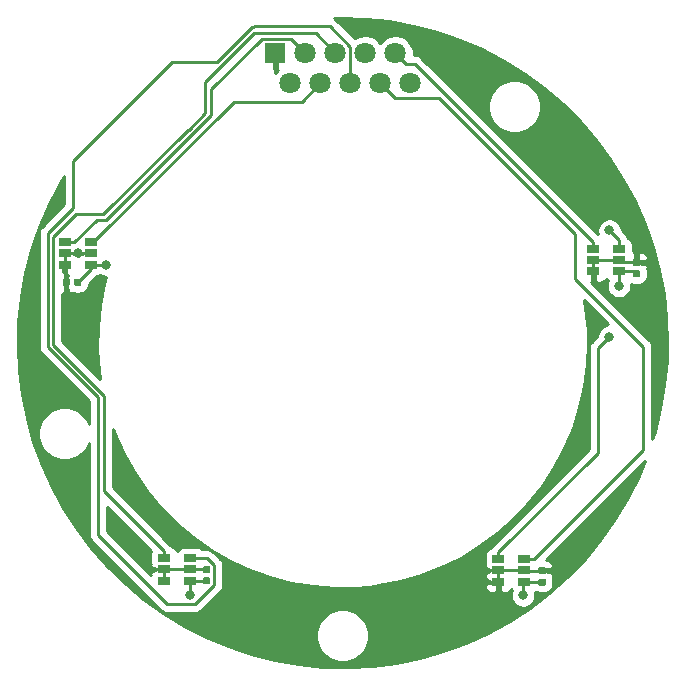
<source format=gbr>
G04 #@! TF.GenerationSoftware,KiCad,Pcbnew,5.1.2-f72e74a~84~ubuntu18.04.1*
G04 #@! TF.CreationDate,2019-09-23T03:00:40+02:00*
G04 #@! TF.ProjectId,roboy_3.0_40mm_ball_sensor,726f626f-795f-4332-9e30-5f34306d6d5f,rev?*
G04 #@! TF.SameCoordinates,Original*
G04 #@! TF.FileFunction,Copper,L1,Top*
G04 #@! TF.FilePolarity,Positive*
%FSLAX46Y46*%
G04 Gerber Fmt 4.6, Leading zero omitted, Abs format (unit mm)*
G04 Created by KiCad (PCBNEW 5.1.2-f72e74a~84~ubuntu18.04.1) date 2019-09-23 03:00:40*
%MOMM*%
%LPD*%
G04 APERTURE LIST*
%ADD10R,1.060000X0.650000*%
%ADD11C,0.100000*%
%ADD12C,0.590000*%
%ADD13C,1.800000*%
%ADD14R,1.800000X1.800000*%
%ADD15C,0.800000*%
%ADD16C,0.250000*%
%ADD17C,0.254000*%
G04 APERTURE END LIST*
D10*
X139200000Y-92450000D03*
X139200000Y-91500000D03*
X139200000Y-93400000D03*
X137000000Y-93400000D03*
X137000000Y-92450000D03*
X137000000Y-91500000D03*
X145400000Y-118250000D03*
X145400000Y-119200000D03*
X145400000Y-120150000D03*
X147600000Y-120150000D03*
X147600000Y-118250000D03*
X147600000Y-119200000D03*
X173700000Y-118350000D03*
X173700000Y-119300000D03*
X173700000Y-120250000D03*
X175900000Y-120250000D03*
X175900000Y-118350000D03*
X175900000Y-119300000D03*
D11*
G36*
X138246958Y-94580710D02*
G01*
X138261276Y-94582834D01*
X138275317Y-94586351D01*
X138288946Y-94591228D01*
X138302031Y-94597417D01*
X138314447Y-94604858D01*
X138326073Y-94613481D01*
X138336798Y-94623202D01*
X138346519Y-94633927D01*
X138355142Y-94645553D01*
X138362583Y-94657969D01*
X138368772Y-94671054D01*
X138373649Y-94684683D01*
X138377166Y-94698724D01*
X138379290Y-94713042D01*
X138380000Y-94727500D01*
X138380000Y-95072500D01*
X138379290Y-95086958D01*
X138377166Y-95101276D01*
X138373649Y-95115317D01*
X138368772Y-95128946D01*
X138362583Y-95142031D01*
X138355142Y-95154447D01*
X138346519Y-95166073D01*
X138336798Y-95176798D01*
X138326073Y-95186519D01*
X138314447Y-95195142D01*
X138302031Y-95202583D01*
X138288946Y-95208772D01*
X138275317Y-95213649D01*
X138261276Y-95217166D01*
X138246958Y-95219290D01*
X138232500Y-95220000D01*
X137937500Y-95220000D01*
X137923042Y-95219290D01*
X137908724Y-95217166D01*
X137894683Y-95213649D01*
X137881054Y-95208772D01*
X137867969Y-95202583D01*
X137855553Y-95195142D01*
X137843927Y-95186519D01*
X137833202Y-95176798D01*
X137823481Y-95166073D01*
X137814858Y-95154447D01*
X137807417Y-95142031D01*
X137801228Y-95128946D01*
X137796351Y-95115317D01*
X137792834Y-95101276D01*
X137790710Y-95086958D01*
X137790000Y-95072500D01*
X137790000Y-94727500D01*
X137790710Y-94713042D01*
X137792834Y-94698724D01*
X137796351Y-94684683D01*
X137801228Y-94671054D01*
X137807417Y-94657969D01*
X137814858Y-94645553D01*
X137823481Y-94633927D01*
X137833202Y-94623202D01*
X137843927Y-94613481D01*
X137855553Y-94604858D01*
X137867969Y-94597417D01*
X137881054Y-94591228D01*
X137894683Y-94586351D01*
X137908724Y-94582834D01*
X137923042Y-94580710D01*
X137937500Y-94580000D01*
X138232500Y-94580000D01*
X138246958Y-94580710D01*
X138246958Y-94580710D01*
G37*
D12*
X138085000Y-94900000D03*
D11*
G36*
X137276958Y-94580710D02*
G01*
X137291276Y-94582834D01*
X137305317Y-94586351D01*
X137318946Y-94591228D01*
X137332031Y-94597417D01*
X137344447Y-94604858D01*
X137356073Y-94613481D01*
X137366798Y-94623202D01*
X137376519Y-94633927D01*
X137385142Y-94645553D01*
X137392583Y-94657969D01*
X137398772Y-94671054D01*
X137403649Y-94684683D01*
X137407166Y-94698724D01*
X137409290Y-94713042D01*
X137410000Y-94727500D01*
X137410000Y-95072500D01*
X137409290Y-95086958D01*
X137407166Y-95101276D01*
X137403649Y-95115317D01*
X137398772Y-95128946D01*
X137392583Y-95142031D01*
X137385142Y-95154447D01*
X137376519Y-95166073D01*
X137366798Y-95176798D01*
X137356073Y-95186519D01*
X137344447Y-95195142D01*
X137332031Y-95202583D01*
X137318946Y-95208772D01*
X137305317Y-95213649D01*
X137291276Y-95217166D01*
X137276958Y-95219290D01*
X137262500Y-95220000D01*
X136967500Y-95220000D01*
X136953042Y-95219290D01*
X136938724Y-95217166D01*
X136924683Y-95213649D01*
X136911054Y-95208772D01*
X136897969Y-95202583D01*
X136885553Y-95195142D01*
X136873927Y-95186519D01*
X136863202Y-95176798D01*
X136853481Y-95166073D01*
X136844858Y-95154447D01*
X136837417Y-95142031D01*
X136831228Y-95128946D01*
X136826351Y-95115317D01*
X136822834Y-95101276D01*
X136820710Y-95086958D01*
X136820000Y-95072500D01*
X136820000Y-94727500D01*
X136820710Y-94713042D01*
X136822834Y-94698724D01*
X136826351Y-94684683D01*
X136831228Y-94671054D01*
X136837417Y-94657969D01*
X136844858Y-94645553D01*
X136853481Y-94633927D01*
X136863202Y-94623202D01*
X136873927Y-94613481D01*
X136885553Y-94604858D01*
X136897969Y-94597417D01*
X136911054Y-94591228D01*
X136924683Y-94586351D01*
X136938724Y-94582834D01*
X136953042Y-94580710D01*
X136967500Y-94580000D01*
X137262500Y-94580000D01*
X137276958Y-94580710D01*
X137276958Y-94580710D01*
G37*
D12*
X137115000Y-94900000D03*
D11*
G36*
X149186958Y-118920710D02*
G01*
X149201276Y-118922834D01*
X149215317Y-118926351D01*
X149228946Y-118931228D01*
X149242031Y-118937417D01*
X149254447Y-118944858D01*
X149266073Y-118953481D01*
X149276798Y-118963202D01*
X149286519Y-118973927D01*
X149295142Y-118985553D01*
X149302583Y-118997969D01*
X149308772Y-119011054D01*
X149313649Y-119024683D01*
X149317166Y-119038724D01*
X149319290Y-119053042D01*
X149320000Y-119067500D01*
X149320000Y-119362500D01*
X149319290Y-119376958D01*
X149317166Y-119391276D01*
X149313649Y-119405317D01*
X149308772Y-119418946D01*
X149302583Y-119432031D01*
X149295142Y-119444447D01*
X149286519Y-119456073D01*
X149276798Y-119466798D01*
X149266073Y-119476519D01*
X149254447Y-119485142D01*
X149242031Y-119492583D01*
X149228946Y-119498772D01*
X149215317Y-119503649D01*
X149201276Y-119507166D01*
X149186958Y-119509290D01*
X149172500Y-119510000D01*
X148827500Y-119510000D01*
X148813042Y-119509290D01*
X148798724Y-119507166D01*
X148784683Y-119503649D01*
X148771054Y-119498772D01*
X148757969Y-119492583D01*
X148745553Y-119485142D01*
X148733927Y-119476519D01*
X148723202Y-119466798D01*
X148713481Y-119456073D01*
X148704858Y-119444447D01*
X148697417Y-119432031D01*
X148691228Y-119418946D01*
X148686351Y-119405317D01*
X148682834Y-119391276D01*
X148680710Y-119376958D01*
X148680000Y-119362500D01*
X148680000Y-119067500D01*
X148680710Y-119053042D01*
X148682834Y-119038724D01*
X148686351Y-119024683D01*
X148691228Y-119011054D01*
X148697417Y-118997969D01*
X148704858Y-118985553D01*
X148713481Y-118973927D01*
X148723202Y-118963202D01*
X148733927Y-118953481D01*
X148745553Y-118944858D01*
X148757969Y-118937417D01*
X148771054Y-118931228D01*
X148784683Y-118926351D01*
X148798724Y-118922834D01*
X148813042Y-118920710D01*
X148827500Y-118920000D01*
X149172500Y-118920000D01*
X149186958Y-118920710D01*
X149186958Y-118920710D01*
G37*
D12*
X149000000Y-119215000D03*
D11*
G36*
X149186958Y-119890710D02*
G01*
X149201276Y-119892834D01*
X149215317Y-119896351D01*
X149228946Y-119901228D01*
X149242031Y-119907417D01*
X149254447Y-119914858D01*
X149266073Y-119923481D01*
X149276798Y-119933202D01*
X149286519Y-119943927D01*
X149295142Y-119955553D01*
X149302583Y-119967969D01*
X149308772Y-119981054D01*
X149313649Y-119994683D01*
X149317166Y-120008724D01*
X149319290Y-120023042D01*
X149320000Y-120037500D01*
X149320000Y-120332500D01*
X149319290Y-120346958D01*
X149317166Y-120361276D01*
X149313649Y-120375317D01*
X149308772Y-120388946D01*
X149302583Y-120402031D01*
X149295142Y-120414447D01*
X149286519Y-120426073D01*
X149276798Y-120436798D01*
X149266073Y-120446519D01*
X149254447Y-120455142D01*
X149242031Y-120462583D01*
X149228946Y-120468772D01*
X149215317Y-120473649D01*
X149201276Y-120477166D01*
X149186958Y-120479290D01*
X149172500Y-120480000D01*
X148827500Y-120480000D01*
X148813042Y-120479290D01*
X148798724Y-120477166D01*
X148784683Y-120473649D01*
X148771054Y-120468772D01*
X148757969Y-120462583D01*
X148745553Y-120455142D01*
X148733927Y-120446519D01*
X148723202Y-120436798D01*
X148713481Y-120426073D01*
X148704858Y-120414447D01*
X148697417Y-120402031D01*
X148691228Y-120388946D01*
X148686351Y-120375317D01*
X148682834Y-120361276D01*
X148680710Y-120346958D01*
X148680000Y-120332500D01*
X148680000Y-120037500D01*
X148680710Y-120023042D01*
X148682834Y-120008724D01*
X148686351Y-119994683D01*
X148691228Y-119981054D01*
X148697417Y-119967969D01*
X148704858Y-119955553D01*
X148713481Y-119943927D01*
X148723202Y-119933202D01*
X148733927Y-119923481D01*
X148745553Y-119914858D01*
X148757969Y-119907417D01*
X148771054Y-119901228D01*
X148784683Y-119896351D01*
X148798724Y-119892834D01*
X148813042Y-119890710D01*
X148827500Y-119890000D01*
X149172500Y-119890000D01*
X149186958Y-119890710D01*
X149186958Y-119890710D01*
G37*
D12*
X149000000Y-120185000D03*
D11*
G36*
X177586958Y-119990710D02*
G01*
X177601276Y-119992834D01*
X177615317Y-119996351D01*
X177628946Y-120001228D01*
X177642031Y-120007417D01*
X177654447Y-120014858D01*
X177666073Y-120023481D01*
X177676798Y-120033202D01*
X177686519Y-120043927D01*
X177695142Y-120055553D01*
X177702583Y-120067969D01*
X177708772Y-120081054D01*
X177713649Y-120094683D01*
X177717166Y-120108724D01*
X177719290Y-120123042D01*
X177720000Y-120137500D01*
X177720000Y-120432500D01*
X177719290Y-120446958D01*
X177717166Y-120461276D01*
X177713649Y-120475317D01*
X177708772Y-120488946D01*
X177702583Y-120502031D01*
X177695142Y-120514447D01*
X177686519Y-120526073D01*
X177676798Y-120536798D01*
X177666073Y-120546519D01*
X177654447Y-120555142D01*
X177642031Y-120562583D01*
X177628946Y-120568772D01*
X177615317Y-120573649D01*
X177601276Y-120577166D01*
X177586958Y-120579290D01*
X177572500Y-120580000D01*
X177227500Y-120580000D01*
X177213042Y-120579290D01*
X177198724Y-120577166D01*
X177184683Y-120573649D01*
X177171054Y-120568772D01*
X177157969Y-120562583D01*
X177145553Y-120555142D01*
X177133927Y-120546519D01*
X177123202Y-120536798D01*
X177113481Y-120526073D01*
X177104858Y-120514447D01*
X177097417Y-120502031D01*
X177091228Y-120488946D01*
X177086351Y-120475317D01*
X177082834Y-120461276D01*
X177080710Y-120446958D01*
X177080000Y-120432500D01*
X177080000Y-120137500D01*
X177080710Y-120123042D01*
X177082834Y-120108724D01*
X177086351Y-120094683D01*
X177091228Y-120081054D01*
X177097417Y-120067969D01*
X177104858Y-120055553D01*
X177113481Y-120043927D01*
X177123202Y-120033202D01*
X177133927Y-120023481D01*
X177145553Y-120014858D01*
X177157969Y-120007417D01*
X177171054Y-120001228D01*
X177184683Y-119996351D01*
X177198724Y-119992834D01*
X177213042Y-119990710D01*
X177227500Y-119990000D01*
X177572500Y-119990000D01*
X177586958Y-119990710D01*
X177586958Y-119990710D01*
G37*
D12*
X177400000Y-120285000D03*
D11*
G36*
X177586958Y-119020710D02*
G01*
X177601276Y-119022834D01*
X177615317Y-119026351D01*
X177628946Y-119031228D01*
X177642031Y-119037417D01*
X177654447Y-119044858D01*
X177666073Y-119053481D01*
X177676798Y-119063202D01*
X177686519Y-119073927D01*
X177695142Y-119085553D01*
X177702583Y-119097969D01*
X177708772Y-119111054D01*
X177713649Y-119124683D01*
X177717166Y-119138724D01*
X177719290Y-119153042D01*
X177720000Y-119167500D01*
X177720000Y-119462500D01*
X177719290Y-119476958D01*
X177717166Y-119491276D01*
X177713649Y-119505317D01*
X177708772Y-119518946D01*
X177702583Y-119532031D01*
X177695142Y-119544447D01*
X177686519Y-119556073D01*
X177676798Y-119566798D01*
X177666073Y-119576519D01*
X177654447Y-119585142D01*
X177642031Y-119592583D01*
X177628946Y-119598772D01*
X177615317Y-119603649D01*
X177601276Y-119607166D01*
X177586958Y-119609290D01*
X177572500Y-119610000D01*
X177227500Y-119610000D01*
X177213042Y-119609290D01*
X177198724Y-119607166D01*
X177184683Y-119603649D01*
X177171054Y-119598772D01*
X177157969Y-119592583D01*
X177145553Y-119585142D01*
X177133927Y-119576519D01*
X177123202Y-119566798D01*
X177113481Y-119556073D01*
X177104858Y-119544447D01*
X177097417Y-119532031D01*
X177091228Y-119518946D01*
X177086351Y-119505317D01*
X177082834Y-119491276D01*
X177080710Y-119476958D01*
X177080000Y-119462500D01*
X177080000Y-119167500D01*
X177080710Y-119153042D01*
X177082834Y-119138724D01*
X177086351Y-119124683D01*
X177091228Y-119111054D01*
X177097417Y-119097969D01*
X177104858Y-119085553D01*
X177113481Y-119073927D01*
X177123202Y-119063202D01*
X177133927Y-119053481D01*
X177145553Y-119044858D01*
X177157969Y-119037417D01*
X177171054Y-119031228D01*
X177184683Y-119026351D01*
X177198724Y-119022834D01*
X177213042Y-119020710D01*
X177227500Y-119020000D01*
X177572500Y-119020000D01*
X177586958Y-119020710D01*
X177586958Y-119020710D01*
G37*
D12*
X177400000Y-119315000D03*
D11*
G36*
X185586958Y-93890710D02*
G01*
X185601276Y-93892834D01*
X185615317Y-93896351D01*
X185628946Y-93901228D01*
X185642031Y-93907417D01*
X185654447Y-93914858D01*
X185666073Y-93923481D01*
X185676798Y-93933202D01*
X185686519Y-93943927D01*
X185695142Y-93955553D01*
X185702583Y-93967969D01*
X185708772Y-93981054D01*
X185713649Y-93994683D01*
X185717166Y-94008724D01*
X185719290Y-94023042D01*
X185720000Y-94037500D01*
X185720000Y-94332500D01*
X185719290Y-94346958D01*
X185717166Y-94361276D01*
X185713649Y-94375317D01*
X185708772Y-94388946D01*
X185702583Y-94402031D01*
X185695142Y-94414447D01*
X185686519Y-94426073D01*
X185676798Y-94436798D01*
X185666073Y-94446519D01*
X185654447Y-94455142D01*
X185642031Y-94462583D01*
X185628946Y-94468772D01*
X185615317Y-94473649D01*
X185601276Y-94477166D01*
X185586958Y-94479290D01*
X185572500Y-94480000D01*
X185227500Y-94480000D01*
X185213042Y-94479290D01*
X185198724Y-94477166D01*
X185184683Y-94473649D01*
X185171054Y-94468772D01*
X185157969Y-94462583D01*
X185145553Y-94455142D01*
X185133927Y-94446519D01*
X185123202Y-94436798D01*
X185113481Y-94426073D01*
X185104858Y-94414447D01*
X185097417Y-94402031D01*
X185091228Y-94388946D01*
X185086351Y-94375317D01*
X185082834Y-94361276D01*
X185080710Y-94346958D01*
X185080000Y-94332500D01*
X185080000Y-94037500D01*
X185080710Y-94023042D01*
X185082834Y-94008724D01*
X185086351Y-93994683D01*
X185091228Y-93981054D01*
X185097417Y-93967969D01*
X185104858Y-93955553D01*
X185113481Y-93943927D01*
X185123202Y-93933202D01*
X185133927Y-93923481D01*
X185145553Y-93914858D01*
X185157969Y-93907417D01*
X185171054Y-93901228D01*
X185184683Y-93896351D01*
X185198724Y-93892834D01*
X185213042Y-93890710D01*
X185227500Y-93890000D01*
X185572500Y-93890000D01*
X185586958Y-93890710D01*
X185586958Y-93890710D01*
G37*
D12*
X185400000Y-94185000D03*
D11*
G36*
X185586958Y-92920710D02*
G01*
X185601276Y-92922834D01*
X185615317Y-92926351D01*
X185628946Y-92931228D01*
X185642031Y-92937417D01*
X185654447Y-92944858D01*
X185666073Y-92953481D01*
X185676798Y-92963202D01*
X185686519Y-92973927D01*
X185695142Y-92985553D01*
X185702583Y-92997969D01*
X185708772Y-93011054D01*
X185713649Y-93024683D01*
X185717166Y-93038724D01*
X185719290Y-93053042D01*
X185720000Y-93067500D01*
X185720000Y-93362500D01*
X185719290Y-93376958D01*
X185717166Y-93391276D01*
X185713649Y-93405317D01*
X185708772Y-93418946D01*
X185702583Y-93432031D01*
X185695142Y-93444447D01*
X185686519Y-93456073D01*
X185676798Y-93466798D01*
X185666073Y-93476519D01*
X185654447Y-93485142D01*
X185642031Y-93492583D01*
X185628946Y-93498772D01*
X185615317Y-93503649D01*
X185601276Y-93507166D01*
X185586958Y-93509290D01*
X185572500Y-93510000D01*
X185227500Y-93510000D01*
X185213042Y-93509290D01*
X185198724Y-93507166D01*
X185184683Y-93503649D01*
X185171054Y-93498772D01*
X185157969Y-93492583D01*
X185145553Y-93485142D01*
X185133927Y-93476519D01*
X185123202Y-93466798D01*
X185113481Y-93456073D01*
X185104858Y-93444447D01*
X185097417Y-93432031D01*
X185091228Y-93418946D01*
X185086351Y-93405317D01*
X185082834Y-93391276D01*
X185080710Y-93376958D01*
X185080000Y-93362500D01*
X185080000Y-93067500D01*
X185080710Y-93053042D01*
X185082834Y-93038724D01*
X185086351Y-93024683D01*
X185091228Y-93011054D01*
X185097417Y-92997969D01*
X185104858Y-92985553D01*
X185113481Y-92973927D01*
X185123202Y-92963202D01*
X185133927Y-92953481D01*
X185145553Y-92944858D01*
X185157969Y-92937417D01*
X185171054Y-92931228D01*
X185184683Y-92926351D01*
X185198724Y-92922834D01*
X185213042Y-92920710D01*
X185227500Y-92920000D01*
X185572500Y-92920000D01*
X185586958Y-92920710D01*
X185586958Y-92920710D01*
G37*
D12*
X185400000Y-93215000D03*
D13*
X166250000Y-78040000D03*
X164980000Y-75500000D03*
X163710000Y-78040000D03*
X162440000Y-75500000D03*
X161170000Y-78040000D03*
X159900000Y-75500000D03*
D14*
X154820000Y-75500000D03*
D13*
X156090000Y-78040000D03*
X157360000Y-75500000D03*
X158630000Y-78040000D03*
D10*
X181725001Y-92075001D03*
X181725001Y-93025001D03*
X181725001Y-93975001D03*
X183925001Y-93975001D03*
X183925001Y-92075001D03*
X183925001Y-93025001D03*
D15*
X143600000Y-118500000D03*
X138100000Y-92450000D03*
X134100000Y-97000000D03*
X183400000Y-86400000D03*
X179300000Y-118600000D03*
X140500000Y-93400000D03*
X147600000Y-121400000D03*
X175800000Y-121400000D03*
X183900000Y-95200000D03*
X183100000Y-99500000D03*
X183100000Y-90500000D03*
D16*
X139200000Y-92450000D02*
X138100000Y-92450000D01*
X137000000Y-92450000D02*
X137000000Y-93400000D01*
X137000000Y-94785000D02*
X137115000Y-94900000D01*
X137000000Y-93400000D02*
X137000000Y-94785000D01*
X184115000Y-93215000D02*
X183925001Y-93025001D01*
X185400000Y-93215000D02*
X184115000Y-93215000D01*
X183925001Y-93025001D02*
X181725001Y-93025001D01*
X181725001Y-93025001D02*
X181725001Y-93975001D01*
X175915000Y-119315000D02*
X175900000Y-119300000D01*
X177400000Y-119315000D02*
X175915000Y-119315000D01*
X175900000Y-119300000D02*
X173700000Y-119300000D01*
X173700000Y-119300000D02*
X173700000Y-120250000D01*
X147615000Y-119215000D02*
X147600000Y-119200000D01*
X149000000Y-119215000D02*
X147615000Y-119215000D01*
X147600000Y-119200000D02*
X145400000Y-119200000D01*
X145400000Y-119200000D02*
X145400000Y-120150000D01*
X144300000Y-119200000D02*
X143600000Y-118500000D01*
X145400000Y-119200000D02*
X144300000Y-119200000D01*
X138100000Y-92450000D02*
X137000000Y-92450000D01*
X140500000Y-93400000D02*
X139200000Y-93400000D01*
X139200000Y-93785000D02*
X138085000Y-94900000D01*
X139200000Y-93400000D02*
X139200000Y-93785000D01*
X147600000Y-121400000D02*
X147600000Y-120150000D01*
X147635000Y-120185000D02*
X147600000Y-120150000D01*
X149000000Y-120185000D02*
X147635000Y-120185000D01*
X175800000Y-120350000D02*
X175900000Y-120250000D01*
X175800000Y-121400000D02*
X175800000Y-120350000D01*
X177365000Y-120250000D02*
X177400000Y-120285000D01*
X175900000Y-120250000D02*
X177365000Y-120250000D01*
X183900000Y-94000002D02*
X183925001Y-93975001D01*
X183900000Y-95200000D02*
X183900000Y-94000002D01*
X185190001Y-93975001D02*
X185400000Y-94185000D01*
X183925001Y-93975001D02*
X185190001Y-93975001D01*
X157360000Y-75500000D02*
X156134999Y-74274999D01*
X153659999Y-74274999D02*
X149400000Y-78534998D01*
X156134999Y-74274999D02*
X153659999Y-74274999D01*
X149400000Y-78534998D02*
X149400000Y-80700000D01*
X149400000Y-80700000D02*
X140500000Y-89600000D01*
X137780000Y-91500000D02*
X137000000Y-91500000D01*
X139680000Y-89600000D02*
X137780000Y-91500000D01*
X140500000Y-89600000D02*
X139680000Y-89600000D01*
X139405000Y-91500000D02*
X151305000Y-79600000D01*
X139200000Y-91500000D02*
X139405000Y-91500000D01*
X157070000Y-79600000D02*
X158630000Y-78040000D01*
X151305000Y-79600000D02*
X157070000Y-79600000D01*
X140300000Y-104500000D02*
X140300000Y-112575000D01*
X136000000Y-100200000D02*
X140300000Y-104500000D01*
X145400000Y-117675000D02*
X145400000Y-118250000D01*
X136000000Y-91059998D02*
X136000000Y-100200000D01*
X137959998Y-89100000D02*
X136000000Y-91059998D01*
X140200020Y-89100000D02*
X137959998Y-89100000D01*
X140250010Y-89149990D02*
X140200020Y-89100000D01*
X140300000Y-112575000D02*
X145400000Y-117675000D01*
X159900000Y-75500000D02*
X158224990Y-73824990D01*
X158224990Y-73824990D02*
X152975010Y-73824990D01*
X152975010Y-73824990D02*
X148900000Y-77900000D01*
X148900000Y-77900000D02*
X148900000Y-80563590D01*
X147432692Y-81967308D02*
X140250010Y-89149990D01*
X148900000Y-80563590D02*
X147496282Y-81967308D01*
X147496282Y-81967308D02*
X147432692Y-81967308D01*
X161170000Y-76767208D02*
X161170000Y-78040000D01*
X159413002Y-73200000D02*
X161170000Y-74956998D01*
X145625001Y-122125001D02*
X139800000Y-116300000D01*
X149023232Y-118250000D02*
X149645010Y-118871778D01*
X161170000Y-74956998D02*
X161170000Y-76767208D01*
X146042081Y-76257919D02*
X149905671Y-76257919D01*
X148048231Y-122125001D02*
X145625001Y-122125001D01*
X149645010Y-118871778D02*
X149645010Y-120528222D01*
X139800000Y-116300000D02*
X139800000Y-104636410D01*
X137700000Y-88600000D02*
X137700000Y-84600000D01*
X135534315Y-90765685D02*
X137700000Y-88600000D01*
X137700000Y-84600000D02*
X146042081Y-76257919D01*
X149645010Y-120528222D02*
X148048231Y-122125001D01*
X149905671Y-76257919D02*
X152877725Y-73285865D01*
X139800000Y-104636410D02*
X135534315Y-100370725D01*
X152877725Y-73285865D02*
X153172027Y-73200000D01*
X147600000Y-118250000D02*
X149023232Y-118250000D01*
X135534315Y-100370725D02*
X135534315Y-90765685D01*
X153172027Y-73200000D02*
X159413002Y-73200000D01*
X173700000Y-117775000D02*
X173700000Y-118350000D01*
X182116025Y-100483975D02*
X182116025Y-109358975D01*
X182116025Y-109358975D02*
X173700000Y-117775000D01*
X183100000Y-99500000D02*
X182116025Y-100483975D01*
X185966027Y-109063973D02*
X185966027Y-100366027D01*
X175900000Y-118350000D02*
X176680000Y-118350000D01*
X176680000Y-118350000D02*
X185966027Y-109063973D01*
X180214047Y-94614047D02*
X180200000Y-94567700D01*
X185966027Y-100366027D02*
X180214047Y-94614047D01*
X164609999Y-78939999D02*
X163710000Y-78040000D01*
X164935001Y-79265001D02*
X164609999Y-78939999D01*
X180200000Y-90770435D02*
X168694566Y-79265001D01*
X168694566Y-79265001D02*
X164935001Y-79265001D01*
X180200000Y-94567700D02*
X180200000Y-90770435D01*
X166624999Y-76399999D02*
X165879999Y-76399999D01*
X181725001Y-91500001D02*
X166624999Y-76399999D01*
X165879999Y-76399999D02*
X164980000Y-75500000D01*
X181725001Y-92075001D02*
X181725001Y-91500001D01*
X183925001Y-92075001D02*
X183925001Y-91325001D01*
X183925001Y-91325001D02*
X183100000Y-90500000D01*
D17*
G36*
X136940000Y-88285198D02*
G01*
X135023313Y-90201886D01*
X134994315Y-90225684D01*
X134970517Y-90254682D01*
X134970516Y-90254683D01*
X134899341Y-90341409D01*
X134828769Y-90473439D01*
X134798495Y-90573243D01*
X134785313Y-90616699D01*
X134782133Y-90648985D01*
X134770639Y-90765685D01*
X134774316Y-90803017D01*
X134774315Y-100333403D01*
X134770639Y-100370725D01*
X134774315Y-100408047D01*
X134774315Y-100408057D01*
X134785312Y-100519710D01*
X134827344Y-100658273D01*
X134828769Y-100662971D01*
X134899341Y-100795001D01*
X134939186Y-100843551D01*
X134994314Y-100910726D01*
X135023318Y-100934529D01*
X139040001Y-104951213D01*
X139040001Y-106900151D01*
X138939605Y-106657774D01*
X138695012Y-106291714D01*
X138383703Y-105980405D01*
X138017643Y-105735812D01*
X137610899Y-105567333D01*
X137179102Y-105481443D01*
X136738846Y-105481443D01*
X136307049Y-105567333D01*
X135900305Y-105735812D01*
X135534245Y-105980405D01*
X135222936Y-106291714D01*
X134978343Y-106657774D01*
X134809864Y-107064518D01*
X134723974Y-107496315D01*
X134723974Y-107936571D01*
X134809864Y-108368368D01*
X134978343Y-108775112D01*
X135222936Y-109141172D01*
X135534245Y-109452481D01*
X135900305Y-109697074D01*
X136307049Y-109865553D01*
X136738846Y-109951443D01*
X137179102Y-109951443D01*
X137610899Y-109865553D01*
X138017643Y-109697074D01*
X138383703Y-109452481D01*
X138695012Y-109141172D01*
X138939605Y-108775112D01*
X139040001Y-108532736D01*
X139040000Y-116262678D01*
X139036324Y-116300000D01*
X139040000Y-116337322D01*
X139040000Y-116337332D01*
X139050997Y-116448985D01*
X139094454Y-116592246D01*
X139165026Y-116724276D01*
X139173706Y-116734852D01*
X139259999Y-116840001D01*
X139289003Y-116863804D01*
X145061206Y-122636009D01*
X145085000Y-122665002D01*
X145113993Y-122688796D01*
X145113997Y-122688800D01*
X145184686Y-122746812D01*
X145200725Y-122759975D01*
X145332754Y-122830547D01*
X145476015Y-122874004D01*
X145587668Y-122885001D01*
X145587677Y-122885001D01*
X145625000Y-122888677D01*
X145662323Y-122885001D01*
X148010909Y-122885001D01*
X148048231Y-122888677D01*
X148085553Y-122885001D01*
X148085564Y-122885001D01*
X148197217Y-122874004D01*
X148340478Y-122830547D01*
X148472507Y-122759975D01*
X148588232Y-122665002D01*
X148612035Y-122635998D01*
X150156013Y-121092021D01*
X150185011Y-121068223D01*
X150279984Y-120952498D01*
X150350556Y-120820469D01*
X150394013Y-120677208D01*
X150405010Y-120565555D01*
X150408687Y-120528222D01*
X150405010Y-120490889D01*
X150405010Y-118909101D01*
X150408686Y-118871778D01*
X150405010Y-118834455D01*
X150405010Y-118834445D01*
X150394013Y-118722792D01*
X150350556Y-118579531D01*
X150343059Y-118565506D01*
X150279984Y-118447501D01*
X150208809Y-118360775D01*
X150185011Y-118331777D01*
X150156014Y-118307980D01*
X149587035Y-117739002D01*
X149563233Y-117709999D01*
X149447508Y-117615026D01*
X149315479Y-117544454D01*
X149172218Y-117500997D01*
X149060565Y-117490000D01*
X149060554Y-117490000D01*
X149023232Y-117486324D01*
X148985910Y-117490000D01*
X148594468Y-117490000D01*
X148581185Y-117473815D01*
X148484494Y-117394463D01*
X148374180Y-117335498D01*
X148254482Y-117299188D01*
X148130000Y-117286928D01*
X147070000Y-117286928D01*
X146945518Y-117299188D01*
X146825820Y-117335498D01*
X146715506Y-117394463D01*
X146618815Y-117473815D01*
X146539463Y-117570506D01*
X146500000Y-117644335D01*
X146460537Y-117570506D01*
X146381185Y-117473815D01*
X146284494Y-117394463D01*
X146174180Y-117335498D01*
X146062117Y-117301504D01*
X146034974Y-117250724D01*
X145940001Y-117134999D01*
X145911004Y-117111202D01*
X141060000Y-112260199D01*
X141060000Y-107293122D01*
X141220546Y-107750291D01*
X141985829Y-109433441D01*
X142897704Y-111041899D01*
X143948953Y-112562929D01*
X145131250Y-113984487D01*
X146435235Y-115295317D01*
X147850583Y-116485041D01*
X149366087Y-117544239D01*
X150969748Y-118464524D01*
X152648869Y-119238609D01*
X154390154Y-119860366D01*
X156179815Y-120324870D01*
X158003684Y-120628445D01*
X159847318Y-120768687D01*
X161696119Y-120744485D01*
X163350301Y-120575000D01*
X172531928Y-120575000D01*
X172544188Y-120699482D01*
X172580498Y-120819180D01*
X172639463Y-120929494D01*
X172718815Y-121026185D01*
X172815506Y-121105537D01*
X172925820Y-121164502D01*
X173045518Y-121200812D01*
X173170000Y-121213072D01*
X173414250Y-121210000D01*
X173573000Y-121051250D01*
X173573000Y-120377000D01*
X172693750Y-120377000D01*
X172535000Y-120535750D01*
X172531928Y-120575000D01*
X163350301Y-120575000D01*
X163535450Y-120556030D01*
X165350747Y-120204816D01*
X167127636Y-119693623D01*
X168852049Y-119026498D01*
X170510331Y-118208724D01*
X172089352Y-117246775D01*
X173576611Y-116148269D01*
X174960330Y-114921903D01*
X176229555Y-113577388D01*
X177374235Y-112125368D01*
X178385307Y-110577341D01*
X179254765Y-108945564D01*
X179975726Y-107242958D01*
X180542481Y-105483002D01*
X180950541Y-103679633D01*
X181196678Y-101847129D01*
X181278940Y-100000000D01*
X181250463Y-98912514D01*
X181071642Y-97072222D01*
X180949872Y-96424673D01*
X182991503Y-98466304D01*
X182798102Y-98504774D01*
X182609744Y-98582795D01*
X182440226Y-98696063D01*
X182296063Y-98840226D01*
X182182795Y-99009744D01*
X182104774Y-99198102D01*
X182065000Y-99398061D01*
X182065000Y-99460199D01*
X181605027Y-99920171D01*
X181576024Y-99943974D01*
X181538042Y-99990256D01*
X181481051Y-100059699D01*
X181410480Y-100191728D01*
X181410479Y-100191729D01*
X181367022Y-100334990D01*
X181356025Y-100446643D01*
X181356025Y-100446653D01*
X181352349Y-100483975D01*
X181356025Y-100521297D01*
X181356026Y-109044172D01*
X173189003Y-117211196D01*
X173159999Y-117234999D01*
X173107321Y-117299188D01*
X173065026Y-117350724D01*
X173037883Y-117401504D01*
X172925820Y-117435498D01*
X172815506Y-117494463D01*
X172718815Y-117573815D01*
X172639463Y-117670506D01*
X172580498Y-117780820D01*
X172544188Y-117900518D01*
X172531928Y-118025000D01*
X172531928Y-118675000D01*
X172544188Y-118799482D01*
X172551929Y-118825000D01*
X172544188Y-118850518D01*
X172531928Y-118975000D01*
X172535000Y-119014250D01*
X172693750Y-119173000D01*
X172775859Y-119173000D01*
X172815506Y-119205537D01*
X172925820Y-119264502D01*
X173042841Y-119300000D01*
X172925820Y-119335498D01*
X172815506Y-119394463D01*
X172775859Y-119427000D01*
X172693750Y-119427000D01*
X172535000Y-119585750D01*
X172531928Y-119625000D01*
X172544188Y-119749482D01*
X172551929Y-119775000D01*
X172544188Y-119800518D01*
X172531928Y-119925000D01*
X172535000Y-119964250D01*
X172693750Y-120123000D01*
X172775859Y-120123000D01*
X172815506Y-120155537D01*
X172925820Y-120214502D01*
X173045518Y-120250812D01*
X173170000Y-120263072D01*
X173414250Y-120260000D01*
X173551250Y-120123000D01*
X173573000Y-120123000D01*
X173573000Y-120103000D01*
X173827000Y-120103000D01*
X173827000Y-120123000D01*
X173847000Y-120123000D01*
X173847000Y-120377000D01*
X173827000Y-120377000D01*
X173827000Y-121051250D01*
X173985750Y-121210000D01*
X174230000Y-121213072D01*
X174354482Y-121200812D01*
X174474180Y-121164502D01*
X174584494Y-121105537D01*
X174681185Y-121026185D01*
X174760537Y-120929494D01*
X174800000Y-120855665D01*
X174839463Y-120929494D01*
X174862824Y-120957959D01*
X174804774Y-121098102D01*
X174765000Y-121298061D01*
X174765000Y-121501939D01*
X174804774Y-121701898D01*
X174882795Y-121890256D01*
X174996063Y-122059774D01*
X175140226Y-122203937D01*
X175309744Y-122317205D01*
X175498102Y-122395226D01*
X175698061Y-122435000D01*
X175901939Y-122435000D01*
X176101898Y-122395226D01*
X176290256Y-122317205D01*
X176459774Y-122203937D01*
X176603937Y-122059774D01*
X176717205Y-121890256D01*
X176795226Y-121701898D01*
X176835000Y-121501939D01*
X176835000Y-121298061D01*
X176795226Y-121098102D01*
X176794802Y-121097078D01*
X176801737Y-121091386D01*
X176926875Y-121158274D01*
X177074243Y-121202977D01*
X177227500Y-121218072D01*
X177572500Y-121218072D01*
X177725757Y-121202977D01*
X177873125Y-121158274D01*
X178008940Y-121085679D01*
X178127983Y-120987983D01*
X178225679Y-120868940D01*
X178298274Y-120733125D01*
X178342977Y-120585757D01*
X178358072Y-120432500D01*
X178358072Y-120137500D01*
X178342977Y-119984243D01*
X178305688Y-119861316D01*
X178309502Y-119854180D01*
X178345812Y-119734482D01*
X178358072Y-119610000D01*
X178355000Y-119600750D01*
X178196250Y-119442000D01*
X177929763Y-119442000D01*
X177873125Y-119411726D01*
X177725757Y-119367023D01*
X177572500Y-119351928D01*
X177253000Y-119351928D01*
X177253000Y-119188000D01*
X177273000Y-119188000D01*
X177273000Y-119168000D01*
X177527000Y-119168000D01*
X177527000Y-119188000D01*
X178196250Y-119188000D01*
X178355000Y-119029250D01*
X178358072Y-119020000D01*
X178345812Y-118895518D01*
X178309502Y-118775820D01*
X178250537Y-118665506D01*
X178171185Y-118568815D01*
X178074494Y-118489463D01*
X177964180Y-118430498D01*
X177844482Y-118394188D01*
X177722615Y-118382186D01*
X186081907Y-110022895D01*
X185494901Y-111443559D01*
X184566520Y-113285433D01*
X183502651Y-115052513D01*
X182309283Y-116734852D01*
X180993135Y-118322978D01*
X179561616Y-119807950D01*
X178022785Y-121181409D01*
X176385306Y-122435622D01*
X174658397Y-123563529D01*
X172851779Y-124558779D01*
X170975625Y-125415770D01*
X169040495Y-126129677D01*
X167057285Y-126696481D01*
X165037159Y-127112991D01*
X162991490Y-127376862D01*
X160931794Y-127486609D01*
X158869668Y-127441613D01*
X156816720Y-127242128D01*
X154784508Y-126889278D01*
X152784472Y-126385047D01*
X150827873Y-125732277D01*
X148925725Y-124934640D01*
X148270121Y-124599872D01*
X158265000Y-124599872D01*
X158265000Y-125040128D01*
X158350890Y-125471925D01*
X158519369Y-125878669D01*
X158763962Y-126244729D01*
X159075271Y-126556038D01*
X159441331Y-126800631D01*
X159848075Y-126969110D01*
X160279872Y-127055000D01*
X160720128Y-127055000D01*
X161151925Y-126969110D01*
X161558669Y-126800631D01*
X161924729Y-126556038D01*
X162236038Y-126244729D01*
X162480631Y-125878669D01*
X162649110Y-125471925D01*
X162735000Y-125040128D01*
X162735000Y-124599872D01*
X162649110Y-124168075D01*
X162480631Y-123761331D01*
X162236038Y-123395271D01*
X161924729Y-123083962D01*
X161558669Y-122839369D01*
X161151925Y-122670890D01*
X160720128Y-122585000D01*
X160279872Y-122585000D01*
X159848075Y-122670890D01*
X159441331Y-122839369D01*
X159075271Y-123083962D01*
X158763962Y-123395271D01*
X158519369Y-123761331D01*
X158350890Y-124168075D01*
X158265000Y-124599872D01*
X148270121Y-124599872D01*
X147088738Y-123996628D01*
X145327252Y-122923521D01*
X143651185Y-121721361D01*
X142069972Y-120396916D01*
X140592516Y-118957641D01*
X139227133Y-117411640D01*
X137981510Y-115767616D01*
X136862661Y-114034825D01*
X135876884Y-112223021D01*
X135029728Y-110342405D01*
X134325963Y-108403564D01*
X133769551Y-106417413D01*
X133363624Y-104395134D01*
X133110468Y-102348111D01*
X133011507Y-100287869D01*
X133067300Y-98226007D01*
X133277531Y-96174131D01*
X133641017Y-94143795D01*
X134155712Y-92146427D01*
X134818719Y-90193272D01*
X135626304Y-88295327D01*
X136573922Y-86463276D01*
X136940001Y-85869386D01*
X136940000Y-88285198D01*
X136940000Y-88285198D01*
G37*
X136940000Y-88285198D02*
X135023313Y-90201886D01*
X134994315Y-90225684D01*
X134970517Y-90254682D01*
X134970516Y-90254683D01*
X134899341Y-90341409D01*
X134828769Y-90473439D01*
X134798495Y-90573243D01*
X134785313Y-90616699D01*
X134782133Y-90648985D01*
X134770639Y-90765685D01*
X134774316Y-90803017D01*
X134774315Y-100333403D01*
X134770639Y-100370725D01*
X134774315Y-100408047D01*
X134774315Y-100408057D01*
X134785312Y-100519710D01*
X134827344Y-100658273D01*
X134828769Y-100662971D01*
X134899341Y-100795001D01*
X134939186Y-100843551D01*
X134994314Y-100910726D01*
X135023318Y-100934529D01*
X139040001Y-104951213D01*
X139040001Y-106900151D01*
X138939605Y-106657774D01*
X138695012Y-106291714D01*
X138383703Y-105980405D01*
X138017643Y-105735812D01*
X137610899Y-105567333D01*
X137179102Y-105481443D01*
X136738846Y-105481443D01*
X136307049Y-105567333D01*
X135900305Y-105735812D01*
X135534245Y-105980405D01*
X135222936Y-106291714D01*
X134978343Y-106657774D01*
X134809864Y-107064518D01*
X134723974Y-107496315D01*
X134723974Y-107936571D01*
X134809864Y-108368368D01*
X134978343Y-108775112D01*
X135222936Y-109141172D01*
X135534245Y-109452481D01*
X135900305Y-109697074D01*
X136307049Y-109865553D01*
X136738846Y-109951443D01*
X137179102Y-109951443D01*
X137610899Y-109865553D01*
X138017643Y-109697074D01*
X138383703Y-109452481D01*
X138695012Y-109141172D01*
X138939605Y-108775112D01*
X139040001Y-108532736D01*
X139040000Y-116262678D01*
X139036324Y-116300000D01*
X139040000Y-116337322D01*
X139040000Y-116337332D01*
X139050997Y-116448985D01*
X139094454Y-116592246D01*
X139165026Y-116724276D01*
X139173706Y-116734852D01*
X139259999Y-116840001D01*
X139289003Y-116863804D01*
X145061206Y-122636009D01*
X145085000Y-122665002D01*
X145113993Y-122688796D01*
X145113997Y-122688800D01*
X145184686Y-122746812D01*
X145200725Y-122759975D01*
X145332754Y-122830547D01*
X145476015Y-122874004D01*
X145587668Y-122885001D01*
X145587677Y-122885001D01*
X145625000Y-122888677D01*
X145662323Y-122885001D01*
X148010909Y-122885001D01*
X148048231Y-122888677D01*
X148085553Y-122885001D01*
X148085564Y-122885001D01*
X148197217Y-122874004D01*
X148340478Y-122830547D01*
X148472507Y-122759975D01*
X148588232Y-122665002D01*
X148612035Y-122635998D01*
X150156013Y-121092021D01*
X150185011Y-121068223D01*
X150279984Y-120952498D01*
X150350556Y-120820469D01*
X150394013Y-120677208D01*
X150405010Y-120565555D01*
X150408687Y-120528222D01*
X150405010Y-120490889D01*
X150405010Y-118909101D01*
X150408686Y-118871778D01*
X150405010Y-118834455D01*
X150405010Y-118834445D01*
X150394013Y-118722792D01*
X150350556Y-118579531D01*
X150343059Y-118565506D01*
X150279984Y-118447501D01*
X150208809Y-118360775D01*
X150185011Y-118331777D01*
X150156014Y-118307980D01*
X149587035Y-117739002D01*
X149563233Y-117709999D01*
X149447508Y-117615026D01*
X149315479Y-117544454D01*
X149172218Y-117500997D01*
X149060565Y-117490000D01*
X149060554Y-117490000D01*
X149023232Y-117486324D01*
X148985910Y-117490000D01*
X148594468Y-117490000D01*
X148581185Y-117473815D01*
X148484494Y-117394463D01*
X148374180Y-117335498D01*
X148254482Y-117299188D01*
X148130000Y-117286928D01*
X147070000Y-117286928D01*
X146945518Y-117299188D01*
X146825820Y-117335498D01*
X146715506Y-117394463D01*
X146618815Y-117473815D01*
X146539463Y-117570506D01*
X146500000Y-117644335D01*
X146460537Y-117570506D01*
X146381185Y-117473815D01*
X146284494Y-117394463D01*
X146174180Y-117335498D01*
X146062117Y-117301504D01*
X146034974Y-117250724D01*
X145940001Y-117134999D01*
X145911004Y-117111202D01*
X141060000Y-112260199D01*
X141060000Y-107293122D01*
X141220546Y-107750291D01*
X141985829Y-109433441D01*
X142897704Y-111041899D01*
X143948953Y-112562929D01*
X145131250Y-113984487D01*
X146435235Y-115295317D01*
X147850583Y-116485041D01*
X149366087Y-117544239D01*
X150969748Y-118464524D01*
X152648869Y-119238609D01*
X154390154Y-119860366D01*
X156179815Y-120324870D01*
X158003684Y-120628445D01*
X159847318Y-120768687D01*
X161696119Y-120744485D01*
X163350301Y-120575000D01*
X172531928Y-120575000D01*
X172544188Y-120699482D01*
X172580498Y-120819180D01*
X172639463Y-120929494D01*
X172718815Y-121026185D01*
X172815506Y-121105537D01*
X172925820Y-121164502D01*
X173045518Y-121200812D01*
X173170000Y-121213072D01*
X173414250Y-121210000D01*
X173573000Y-121051250D01*
X173573000Y-120377000D01*
X172693750Y-120377000D01*
X172535000Y-120535750D01*
X172531928Y-120575000D01*
X163350301Y-120575000D01*
X163535450Y-120556030D01*
X165350747Y-120204816D01*
X167127636Y-119693623D01*
X168852049Y-119026498D01*
X170510331Y-118208724D01*
X172089352Y-117246775D01*
X173576611Y-116148269D01*
X174960330Y-114921903D01*
X176229555Y-113577388D01*
X177374235Y-112125368D01*
X178385307Y-110577341D01*
X179254765Y-108945564D01*
X179975726Y-107242958D01*
X180542481Y-105483002D01*
X180950541Y-103679633D01*
X181196678Y-101847129D01*
X181278940Y-100000000D01*
X181250463Y-98912514D01*
X181071642Y-97072222D01*
X180949872Y-96424673D01*
X182991503Y-98466304D01*
X182798102Y-98504774D01*
X182609744Y-98582795D01*
X182440226Y-98696063D01*
X182296063Y-98840226D01*
X182182795Y-99009744D01*
X182104774Y-99198102D01*
X182065000Y-99398061D01*
X182065000Y-99460199D01*
X181605027Y-99920171D01*
X181576024Y-99943974D01*
X181538042Y-99990256D01*
X181481051Y-100059699D01*
X181410480Y-100191728D01*
X181410479Y-100191729D01*
X181367022Y-100334990D01*
X181356025Y-100446643D01*
X181356025Y-100446653D01*
X181352349Y-100483975D01*
X181356025Y-100521297D01*
X181356026Y-109044172D01*
X173189003Y-117211196D01*
X173159999Y-117234999D01*
X173107321Y-117299188D01*
X173065026Y-117350724D01*
X173037883Y-117401504D01*
X172925820Y-117435498D01*
X172815506Y-117494463D01*
X172718815Y-117573815D01*
X172639463Y-117670506D01*
X172580498Y-117780820D01*
X172544188Y-117900518D01*
X172531928Y-118025000D01*
X172531928Y-118675000D01*
X172544188Y-118799482D01*
X172551929Y-118825000D01*
X172544188Y-118850518D01*
X172531928Y-118975000D01*
X172535000Y-119014250D01*
X172693750Y-119173000D01*
X172775859Y-119173000D01*
X172815506Y-119205537D01*
X172925820Y-119264502D01*
X173042841Y-119300000D01*
X172925820Y-119335498D01*
X172815506Y-119394463D01*
X172775859Y-119427000D01*
X172693750Y-119427000D01*
X172535000Y-119585750D01*
X172531928Y-119625000D01*
X172544188Y-119749482D01*
X172551929Y-119775000D01*
X172544188Y-119800518D01*
X172531928Y-119925000D01*
X172535000Y-119964250D01*
X172693750Y-120123000D01*
X172775859Y-120123000D01*
X172815506Y-120155537D01*
X172925820Y-120214502D01*
X173045518Y-120250812D01*
X173170000Y-120263072D01*
X173414250Y-120260000D01*
X173551250Y-120123000D01*
X173573000Y-120123000D01*
X173573000Y-120103000D01*
X173827000Y-120103000D01*
X173827000Y-120123000D01*
X173847000Y-120123000D01*
X173847000Y-120377000D01*
X173827000Y-120377000D01*
X173827000Y-121051250D01*
X173985750Y-121210000D01*
X174230000Y-121213072D01*
X174354482Y-121200812D01*
X174474180Y-121164502D01*
X174584494Y-121105537D01*
X174681185Y-121026185D01*
X174760537Y-120929494D01*
X174800000Y-120855665D01*
X174839463Y-120929494D01*
X174862824Y-120957959D01*
X174804774Y-121098102D01*
X174765000Y-121298061D01*
X174765000Y-121501939D01*
X174804774Y-121701898D01*
X174882795Y-121890256D01*
X174996063Y-122059774D01*
X175140226Y-122203937D01*
X175309744Y-122317205D01*
X175498102Y-122395226D01*
X175698061Y-122435000D01*
X175901939Y-122435000D01*
X176101898Y-122395226D01*
X176290256Y-122317205D01*
X176459774Y-122203937D01*
X176603937Y-122059774D01*
X176717205Y-121890256D01*
X176795226Y-121701898D01*
X176835000Y-121501939D01*
X176835000Y-121298061D01*
X176795226Y-121098102D01*
X176794802Y-121097078D01*
X176801737Y-121091386D01*
X176926875Y-121158274D01*
X177074243Y-121202977D01*
X177227500Y-121218072D01*
X177572500Y-121218072D01*
X177725757Y-121202977D01*
X177873125Y-121158274D01*
X178008940Y-121085679D01*
X178127983Y-120987983D01*
X178225679Y-120868940D01*
X178298274Y-120733125D01*
X178342977Y-120585757D01*
X178358072Y-120432500D01*
X178358072Y-120137500D01*
X178342977Y-119984243D01*
X178305688Y-119861316D01*
X178309502Y-119854180D01*
X178345812Y-119734482D01*
X178358072Y-119610000D01*
X178355000Y-119600750D01*
X178196250Y-119442000D01*
X177929763Y-119442000D01*
X177873125Y-119411726D01*
X177725757Y-119367023D01*
X177572500Y-119351928D01*
X177253000Y-119351928D01*
X177253000Y-119188000D01*
X177273000Y-119188000D01*
X177273000Y-119168000D01*
X177527000Y-119168000D01*
X177527000Y-119188000D01*
X178196250Y-119188000D01*
X178355000Y-119029250D01*
X178358072Y-119020000D01*
X178345812Y-118895518D01*
X178309502Y-118775820D01*
X178250537Y-118665506D01*
X178171185Y-118568815D01*
X178074494Y-118489463D01*
X177964180Y-118430498D01*
X177844482Y-118394188D01*
X177722615Y-118382186D01*
X186081907Y-110022895D01*
X185494901Y-111443559D01*
X184566520Y-113285433D01*
X183502651Y-115052513D01*
X182309283Y-116734852D01*
X180993135Y-118322978D01*
X179561616Y-119807950D01*
X178022785Y-121181409D01*
X176385306Y-122435622D01*
X174658397Y-123563529D01*
X172851779Y-124558779D01*
X170975625Y-125415770D01*
X169040495Y-126129677D01*
X167057285Y-126696481D01*
X165037159Y-127112991D01*
X162991490Y-127376862D01*
X160931794Y-127486609D01*
X158869668Y-127441613D01*
X156816720Y-127242128D01*
X154784508Y-126889278D01*
X152784472Y-126385047D01*
X150827873Y-125732277D01*
X148925725Y-124934640D01*
X148270121Y-124599872D01*
X158265000Y-124599872D01*
X158265000Y-125040128D01*
X158350890Y-125471925D01*
X158519369Y-125878669D01*
X158763962Y-126244729D01*
X159075271Y-126556038D01*
X159441331Y-126800631D01*
X159848075Y-126969110D01*
X160279872Y-127055000D01*
X160720128Y-127055000D01*
X161151925Y-126969110D01*
X161558669Y-126800631D01*
X161924729Y-126556038D01*
X162236038Y-126244729D01*
X162480631Y-125878669D01*
X162649110Y-125471925D01*
X162735000Y-125040128D01*
X162735000Y-124599872D01*
X162649110Y-124168075D01*
X162480631Y-123761331D01*
X162236038Y-123395271D01*
X161924729Y-123083962D01*
X161558669Y-122839369D01*
X161151925Y-122670890D01*
X160720128Y-122585000D01*
X160279872Y-122585000D01*
X159848075Y-122670890D01*
X159441331Y-122839369D01*
X159075271Y-123083962D01*
X158763962Y-123395271D01*
X158519369Y-123761331D01*
X158350890Y-124168075D01*
X158265000Y-124599872D01*
X148270121Y-124599872D01*
X147088738Y-123996628D01*
X145327252Y-122923521D01*
X143651185Y-121721361D01*
X142069972Y-120396916D01*
X140592516Y-118957641D01*
X139227133Y-117411640D01*
X137981510Y-115767616D01*
X136862661Y-114034825D01*
X135876884Y-112223021D01*
X135029728Y-110342405D01*
X134325963Y-108403564D01*
X133769551Y-106417413D01*
X133363624Y-104395134D01*
X133110468Y-102348111D01*
X133011507Y-100287869D01*
X133067300Y-98226007D01*
X133277531Y-96174131D01*
X133641017Y-94143795D01*
X134155712Y-92146427D01*
X134818719Y-90193272D01*
X135626304Y-88295327D01*
X136573922Y-86463276D01*
X136940001Y-85869386D01*
X136940000Y-88285198D01*
G36*
X145527000Y-120023000D02*
G01*
X145547000Y-120023000D01*
X145547000Y-120277000D01*
X145527000Y-120277000D01*
X145527000Y-120297000D01*
X145273000Y-120297000D01*
X145273000Y-120277000D01*
X145253000Y-120277000D01*
X145253000Y-120023000D01*
X145273000Y-120023000D01*
X145273000Y-120003000D01*
X145527000Y-120003000D01*
X145527000Y-120023000D01*
X145527000Y-120023000D01*
G37*
X145527000Y-120023000D02*
X145547000Y-120023000D01*
X145547000Y-120277000D01*
X145527000Y-120277000D01*
X145527000Y-120297000D01*
X145273000Y-120297000D01*
X145273000Y-120277000D01*
X145253000Y-120277000D01*
X145253000Y-120023000D01*
X145273000Y-120023000D01*
X145273000Y-120003000D01*
X145527000Y-120003000D01*
X145527000Y-120023000D01*
G36*
X144298096Y-117647898D02*
G01*
X144280498Y-117680820D01*
X144244188Y-117800518D01*
X144231928Y-117925000D01*
X144231928Y-118575000D01*
X144244188Y-118699482D01*
X144251929Y-118725000D01*
X144244188Y-118750518D01*
X144231928Y-118875000D01*
X144235000Y-118914250D01*
X144393750Y-119073000D01*
X144475859Y-119073000D01*
X144515506Y-119105537D01*
X144625820Y-119164502D01*
X144742841Y-119200000D01*
X144625820Y-119235498D01*
X144515506Y-119294463D01*
X144475859Y-119327000D01*
X144393750Y-119327000D01*
X144235000Y-119485750D01*
X144231928Y-119525000D01*
X144244188Y-119649482D01*
X144251929Y-119675000D01*
X144251434Y-119676632D01*
X140560000Y-115985199D01*
X140560000Y-113909801D01*
X144298096Y-117647898D01*
X144298096Y-117647898D01*
G37*
X144298096Y-117647898D02*
X144280498Y-117680820D01*
X144244188Y-117800518D01*
X144231928Y-117925000D01*
X144231928Y-118575000D01*
X144244188Y-118699482D01*
X144251929Y-118725000D01*
X144244188Y-118750518D01*
X144231928Y-118875000D01*
X144235000Y-118914250D01*
X144393750Y-119073000D01*
X144475859Y-119073000D01*
X144515506Y-119105537D01*
X144625820Y-119164502D01*
X144742841Y-119200000D01*
X144625820Y-119235498D01*
X144515506Y-119294463D01*
X144475859Y-119327000D01*
X144393750Y-119327000D01*
X144235000Y-119485750D01*
X144231928Y-119525000D01*
X144244188Y-119649482D01*
X144251929Y-119675000D01*
X144251434Y-119676632D01*
X140560000Y-115985199D01*
X140560000Y-113909801D01*
X144298096Y-117647898D01*
G36*
X173848750Y-119427000D02*
G01*
X173827002Y-119427000D01*
X173827002Y-119313072D01*
X173962678Y-119313072D01*
X173848750Y-119427000D01*
X173848750Y-119427000D01*
G37*
X173848750Y-119427000D02*
X173827002Y-119427000D01*
X173827002Y-119313072D01*
X173962678Y-119313072D01*
X173848750Y-119427000D01*
G36*
X173572998Y-119427000D02*
G01*
X173551250Y-119427000D01*
X173437322Y-119313072D01*
X173572998Y-119313072D01*
X173572998Y-119427000D01*
X173572998Y-119427000D01*
G37*
X173572998Y-119427000D02*
X173551250Y-119427000D01*
X173437322Y-119313072D01*
X173572998Y-119313072D01*
X173572998Y-119427000D01*
G36*
X145548750Y-119327000D02*
G01*
X145527002Y-119327000D01*
X145527002Y-119213072D01*
X145662678Y-119213072D01*
X145548750Y-119327000D01*
X145548750Y-119327000D01*
G37*
X145548750Y-119327000D02*
X145527002Y-119327000D01*
X145527002Y-119213072D01*
X145662678Y-119213072D01*
X145548750Y-119327000D01*
G36*
X145272998Y-119327000D02*
G01*
X145251250Y-119327000D01*
X145137322Y-119213072D01*
X145272998Y-119213072D01*
X145272998Y-119327000D01*
X145272998Y-119327000D01*
G37*
X145272998Y-119327000D02*
X145251250Y-119327000D01*
X145137322Y-119213072D01*
X145272998Y-119213072D01*
X145272998Y-119327000D01*
G36*
X148885010Y-119186580D02*
G01*
X148885010Y-119251928D01*
X148853000Y-119251928D01*
X148853000Y-119154570D01*
X148885010Y-119186580D01*
X148885010Y-119186580D01*
G37*
X148885010Y-119186580D02*
X148885010Y-119251928D01*
X148853000Y-119251928D01*
X148853000Y-119154570D01*
X148885010Y-119186580D01*
G36*
X162417605Y-72576964D02*
G01*
X164468352Y-72797936D01*
X166496758Y-73172048D01*
X168491403Y-73697195D01*
X170441059Y-74370419D01*
X172334750Y-75187931D01*
X174161814Y-76145128D01*
X175911966Y-77236621D01*
X177575352Y-78456267D01*
X179142609Y-79797198D01*
X180604913Y-81251865D01*
X181954032Y-82812079D01*
X183182370Y-84469057D01*
X184283013Y-86213470D01*
X185249763Y-88035497D01*
X186077179Y-89924881D01*
X186760602Y-91870986D01*
X187296185Y-93862854D01*
X187680913Y-95889273D01*
X187912619Y-97938835D01*
X187990000Y-100000000D01*
X187949773Y-101486627D01*
X187761040Y-103540591D01*
X187418835Y-105574623D01*
X186925084Y-107577271D01*
X186726027Y-108184492D01*
X186726027Y-100403349D01*
X186729703Y-100366026D01*
X186726027Y-100328703D01*
X186726027Y-100328694D01*
X186715030Y-100217041D01*
X186671573Y-100073780D01*
X186617690Y-99972973D01*
X186601001Y-99941750D01*
X186529826Y-99855024D01*
X186506028Y-99826026D01*
X186477030Y-99802228D01*
X181524527Y-94849725D01*
X181598001Y-94776251D01*
X181598001Y-94102001D01*
X181578001Y-94102001D01*
X181578001Y-93848001D01*
X181598001Y-93848001D01*
X181598001Y-93828001D01*
X181852001Y-93828001D01*
X181852001Y-93848001D01*
X181872001Y-93848001D01*
X181872001Y-94102001D01*
X181852001Y-94102001D01*
X181852001Y-94776251D01*
X182010751Y-94935001D01*
X182255001Y-94938073D01*
X182379483Y-94925813D01*
X182499181Y-94889503D01*
X182609495Y-94830538D01*
X182706186Y-94751186D01*
X182785538Y-94654495D01*
X182825001Y-94580666D01*
X182864464Y-94654495D01*
X182943816Y-94751186D01*
X182960095Y-94764546D01*
X182904774Y-94898102D01*
X182865000Y-95098061D01*
X182865000Y-95301939D01*
X182904774Y-95501898D01*
X182982795Y-95690256D01*
X183096063Y-95859774D01*
X183240226Y-96003937D01*
X183409744Y-96117205D01*
X183598102Y-96195226D01*
X183798061Y-96235000D01*
X184001939Y-96235000D01*
X184201898Y-96195226D01*
X184390256Y-96117205D01*
X184559774Y-96003937D01*
X184703937Y-95859774D01*
X184817205Y-95690256D01*
X184895226Y-95501898D01*
X184935000Y-95301939D01*
X184935000Y-95098061D01*
X184927099Y-95058342D01*
X185074243Y-95102977D01*
X185227500Y-95118072D01*
X185572500Y-95118072D01*
X185725757Y-95102977D01*
X185873125Y-95058274D01*
X186008940Y-94985679D01*
X186127983Y-94887983D01*
X186225679Y-94768940D01*
X186298274Y-94633125D01*
X186342977Y-94485757D01*
X186358072Y-94332500D01*
X186358072Y-94037500D01*
X186342977Y-93884243D01*
X186305688Y-93761316D01*
X186309502Y-93754180D01*
X186345812Y-93634482D01*
X186358072Y-93510000D01*
X186355000Y-93500750D01*
X186196250Y-93342000D01*
X185929763Y-93342000D01*
X185873125Y-93311726D01*
X185725757Y-93267023D01*
X185572500Y-93251928D01*
X185424468Y-93251928D01*
X185338987Y-93225998D01*
X185253000Y-93217529D01*
X185253000Y-93088000D01*
X185273000Y-93088000D01*
X185273000Y-92443750D01*
X185527000Y-92443750D01*
X185527000Y-93088000D01*
X186196250Y-93088000D01*
X186355000Y-92929250D01*
X186358072Y-92920000D01*
X186345812Y-92795518D01*
X186309502Y-92675820D01*
X186250537Y-92565506D01*
X186171185Y-92468815D01*
X186074494Y-92389463D01*
X185964180Y-92330498D01*
X185844482Y-92294188D01*
X185720000Y-92281928D01*
X185685750Y-92285000D01*
X185527000Y-92443750D01*
X185273000Y-92443750D01*
X185114250Y-92285000D01*
X185093073Y-92283101D01*
X185093073Y-91750001D01*
X185080813Y-91625519D01*
X185044503Y-91505821D01*
X184985538Y-91395507D01*
X184906186Y-91298816D01*
X184809495Y-91219464D01*
X184699181Y-91160499D01*
X184666269Y-91150515D01*
X184630547Y-91032754D01*
X184559975Y-90900725D01*
X184488800Y-90813998D01*
X184465002Y-90785000D01*
X184436003Y-90761202D01*
X184135000Y-90460198D01*
X184135000Y-90398061D01*
X184095226Y-90198102D01*
X184017205Y-90009744D01*
X183903937Y-89840226D01*
X183759774Y-89696063D01*
X183590256Y-89582795D01*
X183401898Y-89504774D01*
X183201939Y-89465000D01*
X182998061Y-89465000D01*
X182798102Y-89504774D01*
X182609744Y-89582795D01*
X182440226Y-89696063D01*
X182296063Y-89840226D01*
X182182795Y-90009744D01*
X182104774Y-90198102D01*
X182065000Y-90398061D01*
X182065000Y-90601939D01*
X182104774Y-90801898D01*
X182106948Y-90807146D01*
X171121981Y-79822179D01*
X172814154Y-79822179D01*
X172814154Y-80262435D01*
X172900044Y-80694232D01*
X173068523Y-81100976D01*
X173313116Y-81467036D01*
X173624425Y-81778345D01*
X173990485Y-82022938D01*
X174397229Y-82191417D01*
X174829026Y-82277307D01*
X175269282Y-82277307D01*
X175701079Y-82191417D01*
X176107823Y-82022938D01*
X176473883Y-81778345D01*
X176785192Y-81467036D01*
X177029785Y-81100976D01*
X177198264Y-80694232D01*
X177284154Y-80262435D01*
X177284154Y-79822179D01*
X177198264Y-79390382D01*
X177029785Y-78983638D01*
X176785192Y-78617578D01*
X176473883Y-78306269D01*
X176107823Y-78061676D01*
X175701079Y-77893197D01*
X175269282Y-77807307D01*
X174829026Y-77807307D01*
X174397229Y-77893197D01*
X173990485Y-78061676D01*
X173624425Y-78306269D01*
X173313116Y-78617578D01*
X173068523Y-78983638D01*
X172900044Y-79390382D01*
X172814154Y-79822179D01*
X171121981Y-79822179D01*
X167188803Y-75889002D01*
X167165000Y-75859998D01*
X167049275Y-75765025D01*
X166917246Y-75694453D01*
X166773985Y-75650996D01*
X166662332Y-75639999D01*
X166662321Y-75639999D01*
X166624999Y-75636323D01*
X166587677Y-75639999D01*
X166515000Y-75639999D01*
X166515000Y-75348816D01*
X166456011Y-75052257D01*
X166340299Y-74772905D01*
X166172312Y-74521495D01*
X165958505Y-74307688D01*
X165707095Y-74139701D01*
X165427743Y-74023989D01*
X165131184Y-73965000D01*
X164828816Y-73965000D01*
X164532257Y-74023989D01*
X164252905Y-74139701D01*
X164001495Y-74307688D01*
X163787688Y-74521495D01*
X163710000Y-74637763D01*
X163632312Y-74521495D01*
X163418505Y-74307688D01*
X163167095Y-74139701D01*
X162887743Y-74023989D01*
X162591184Y-73965000D01*
X162288816Y-73965000D01*
X161992257Y-74023989D01*
X161712905Y-74139701D01*
X161541821Y-74254016D01*
X159976805Y-72689002D01*
X159953003Y-72659999D01*
X159837278Y-72565026D01*
X159781065Y-72534979D01*
X160356063Y-72510377D01*
X162417605Y-72576964D01*
X162417605Y-72576964D01*
G37*
X162417605Y-72576964D02*
X164468352Y-72797936D01*
X166496758Y-73172048D01*
X168491403Y-73697195D01*
X170441059Y-74370419D01*
X172334750Y-75187931D01*
X174161814Y-76145128D01*
X175911966Y-77236621D01*
X177575352Y-78456267D01*
X179142609Y-79797198D01*
X180604913Y-81251865D01*
X181954032Y-82812079D01*
X183182370Y-84469057D01*
X184283013Y-86213470D01*
X185249763Y-88035497D01*
X186077179Y-89924881D01*
X186760602Y-91870986D01*
X187296185Y-93862854D01*
X187680913Y-95889273D01*
X187912619Y-97938835D01*
X187990000Y-100000000D01*
X187949773Y-101486627D01*
X187761040Y-103540591D01*
X187418835Y-105574623D01*
X186925084Y-107577271D01*
X186726027Y-108184492D01*
X186726027Y-100403349D01*
X186729703Y-100366026D01*
X186726027Y-100328703D01*
X186726027Y-100328694D01*
X186715030Y-100217041D01*
X186671573Y-100073780D01*
X186617690Y-99972973D01*
X186601001Y-99941750D01*
X186529826Y-99855024D01*
X186506028Y-99826026D01*
X186477030Y-99802228D01*
X181524527Y-94849725D01*
X181598001Y-94776251D01*
X181598001Y-94102001D01*
X181578001Y-94102001D01*
X181578001Y-93848001D01*
X181598001Y-93848001D01*
X181598001Y-93828001D01*
X181852001Y-93828001D01*
X181852001Y-93848001D01*
X181872001Y-93848001D01*
X181872001Y-94102001D01*
X181852001Y-94102001D01*
X181852001Y-94776251D01*
X182010751Y-94935001D01*
X182255001Y-94938073D01*
X182379483Y-94925813D01*
X182499181Y-94889503D01*
X182609495Y-94830538D01*
X182706186Y-94751186D01*
X182785538Y-94654495D01*
X182825001Y-94580666D01*
X182864464Y-94654495D01*
X182943816Y-94751186D01*
X182960095Y-94764546D01*
X182904774Y-94898102D01*
X182865000Y-95098061D01*
X182865000Y-95301939D01*
X182904774Y-95501898D01*
X182982795Y-95690256D01*
X183096063Y-95859774D01*
X183240226Y-96003937D01*
X183409744Y-96117205D01*
X183598102Y-96195226D01*
X183798061Y-96235000D01*
X184001939Y-96235000D01*
X184201898Y-96195226D01*
X184390256Y-96117205D01*
X184559774Y-96003937D01*
X184703937Y-95859774D01*
X184817205Y-95690256D01*
X184895226Y-95501898D01*
X184935000Y-95301939D01*
X184935000Y-95098061D01*
X184927099Y-95058342D01*
X185074243Y-95102977D01*
X185227500Y-95118072D01*
X185572500Y-95118072D01*
X185725757Y-95102977D01*
X185873125Y-95058274D01*
X186008940Y-94985679D01*
X186127983Y-94887983D01*
X186225679Y-94768940D01*
X186298274Y-94633125D01*
X186342977Y-94485757D01*
X186358072Y-94332500D01*
X186358072Y-94037500D01*
X186342977Y-93884243D01*
X186305688Y-93761316D01*
X186309502Y-93754180D01*
X186345812Y-93634482D01*
X186358072Y-93510000D01*
X186355000Y-93500750D01*
X186196250Y-93342000D01*
X185929763Y-93342000D01*
X185873125Y-93311726D01*
X185725757Y-93267023D01*
X185572500Y-93251928D01*
X185424468Y-93251928D01*
X185338987Y-93225998D01*
X185253000Y-93217529D01*
X185253000Y-93088000D01*
X185273000Y-93088000D01*
X185273000Y-92443750D01*
X185527000Y-92443750D01*
X185527000Y-93088000D01*
X186196250Y-93088000D01*
X186355000Y-92929250D01*
X186358072Y-92920000D01*
X186345812Y-92795518D01*
X186309502Y-92675820D01*
X186250537Y-92565506D01*
X186171185Y-92468815D01*
X186074494Y-92389463D01*
X185964180Y-92330498D01*
X185844482Y-92294188D01*
X185720000Y-92281928D01*
X185685750Y-92285000D01*
X185527000Y-92443750D01*
X185273000Y-92443750D01*
X185114250Y-92285000D01*
X185093073Y-92283101D01*
X185093073Y-91750001D01*
X185080813Y-91625519D01*
X185044503Y-91505821D01*
X184985538Y-91395507D01*
X184906186Y-91298816D01*
X184809495Y-91219464D01*
X184699181Y-91160499D01*
X184666269Y-91150515D01*
X184630547Y-91032754D01*
X184559975Y-90900725D01*
X184488800Y-90813998D01*
X184465002Y-90785000D01*
X184436003Y-90761202D01*
X184135000Y-90460198D01*
X184135000Y-90398061D01*
X184095226Y-90198102D01*
X184017205Y-90009744D01*
X183903937Y-89840226D01*
X183759774Y-89696063D01*
X183590256Y-89582795D01*
X183401898Y-89504774D01*
X183201939Y-89465000D01*
X182998061Y-89465000D01*
X182798102Y-89504774D01*
X182609744Y-89582795D01*
X182440226Y-89696063D01*
X182296063Y-89840226D01*
X182182795Y-90009744D01*
X182104774Y-90198102D01*
X182065000Y-90398061D01*
X182065000Y-90601939D01*
X182104774Y-90801898D01*
X182106948Y-90807146D01*
X171121981Y-79822179D01*
X172814154Y-79822179D01*
X172814154Y-80262435D01*
X172900044Y-80694232D01*
X173068523Y-81100976D01*
X173313116Y-81467036D01*
X173624425Y-81778345D01*
X173990485Y-82022938D01*
X174397229Y-82191417D01*
X174829026Y-82277307D01*
X175269282Y-82277307D01*
X175701079Y-82191417D01*
X176107823Y-82022938D01*
X176473883Y-81778345D01*
X176785192Y-81467036D01*
X177029785Y-81100976D01*
X177198264Y-80694232D01*
X177284154Y-80262435D01*
X177284154Y-79822179D01*
X177198264Y-79390382D01*
X177029785Y-78983638D01*
X176785192Y-78617578D01*
X176473883Y-78306269D01*
X176107823Y-78061676D01*
X175701079Y-77893197D01*
X175269282Y-77807307D01*
X174829026Y-77807307D01*
X174397229Y-77893197D01*
X173990485Y-78061676D01*
X173624425Y-78306269D01*
X173313116Y-78617578D01*
X173068523Y-78983638D01*
X172900044Y-79390382D01*
X172814154Y-79822179D01*
X171121981Y-79822179D01*
X167188803Y-75889002D01*
X167165000Y-75859998D01*
X167049275Y-75765025D01*
X166917246Y-75694453D01*
X166773985Y-75650996D01*
X166662332Y-75639999D01*
X166662321Y-75639999D01*
X166624999Y-75636323D01*
X166587677Y-75639999D01*
X166515000Y-75639999D01*
X166515000Y-75348816D01*
X166456011Y-75052257D01*
X166340299Y-74772905D01*
X166172312Y-74521495D01*
X165958505Y-74307688D01*
X165707095Y-74139701D01*
X165427743Y-74023989D01*
X165131184Y-73965000D01*
X164828816Y-73965000D01*
X164532257Y-74023989D01*
X164252905Y-74139701D01*
X164001495Y-74307688D01*
X163787688Y-74521495D01*
X163710000Y-74637763D01*
X163632312Y-74521495D01*
X163418505Y-74307688D01*
X163167095Y-74139701D01*
X162887743Y-74023989D01*
X162591184Y-73965000D01*
X162288816Y-73965000D01*
X161992257Y-74023989D01*
X161712905Y-74139701D01*
X161541821Y-74254016D01*
X159976805Y-72689002D01*
X159953003Y-72659999D01*
X159837278Y-72565026D01*
X159781065Y-72534979D01*
X160356063Y-72510377D01*
X162417605Y-72576964D01*
G36*
X137127000Y-93273000D02*
G01*
X137147000Y-93273000D01*
X137147000Y-93527000D01*
X137127000Y-93527000D01*
X137127000Y-94201250D01*
X137242000Y-94316250D01*
X137242000Y-94370237D01*
X137211726Y-94426875D01*
X137167023Y-94574243D01*
X137151928Y-94727500D01*
X137151928Y-95072500D01*
X137167023Y-95225757D01*
X137211726Y-95373125D01*
X137242000Y-95429763D01*
X137242000Y-95696250D01*
X137400750Y-95855000D01*
X137410000Y-95858072D01*
X137534482Y-95845812D01*
X137654180Y-95809502D01*
X137661316Y-95805688D01*
X137784243Y-95842977D01*
X137937500Y-95858072D01*
X138232500Y-95858072D01*
X138385757Y-95842977D01*
X138533125Y-95798274D01*
X138668940Y-95725679D01*
X138787983Y-95627983D01*
X138885679Y-95508940D01*
X138958274Y-95373125D01*
X139002977Y-95225757D01*
X139018072Y-95072500D01*
X139018072Y-95041729D01*
X139696730Y-94363072D01*
X139730000Y-94363072D01*
X139854482Y-94350812D01*
X139974180Y-94314502D01*
X139991691Y-94305142D01*
X140009744Y-94317205D01*
X140198102Y-94395226D01*
X140398061Y-94435000D01*
X140499382Y-94435000D01*
X140320859Y-95043528D01*
X139960145Y-96856960D01*
X139762062Y-98695280D01*
X139728180Y-100543929D01*
X139858767Y-102388272D01*
X139973136Y-103098334D01*
X136760000Y-99885199D01*
X136760000Y-95852163D01*
X136820000Y-95858072D01*
X136829250Y-95855000D01*
X136988000Y-95696250D01*
X136988000Y-95027000D01*
X136968000Y-95027000D01*
X136968000Y-94773000D01*
X136988000Y-94773000D01*
X136988000Y-94103750D01*
X136873000Y-93988750D01*
X136873000Y-93527000D01*
X136853000Y-93527000D01*
X136853000Y-93273000D01*
X136873000Y-93273000D01*
X136873000Y-93253000D01*
X137127000Y-93253000D01*
X137127000Y-93273000D01*
X137127000Y-93273000D01*
G37*
X137127000Y-93273000D02*
X137147000Y-93273000D01*
X137147000Y-93527000D01*
X137127000Y-93527000D01*
X137127000Y-94201250D01*
X137242000Y-94316250D01*
X137242000Y-94370237D01*
X137211726Y-94426875D01*
X137167023Y-94574243D01*
X137151928Y-94727500D01*
X137151928Y-95072500D01*
X137167023Y-95225757D01*
X137211726Y-95373125D01*
X137242000Y-95429763D01*
X137242000Y-95696250D01*
X137400750Y-95855000D01*
X137410000Y-95858072D01*
X137534482Y-95845812D01*
X137654180Y-95809502D01*
X137661316Y-95805688D01*
X137784243Y-95842977D01*
X137937500Y-95858072D01*
X138232500Y-95858072D01*
X138385757Y-95842977D01*
X138533125Y-95798274D01*
X138668940Y-95725679D01*
X138787983Y-95627983D01*
X138885679Y-95508940D01*
X138958274Y-95373125D01*
X139002977Y-95225757D01*
X139018072Y-95072500D01*
X139018072Y-95041729D01*
X139696730Y-94363072D01*
X139730000Y-94363072D01*
X139854482Y-94350812D01*
X139974180Y-94314502D01*
X139991691Y-94305142D01*
X140009744Y-94317205D01*
X140198102Y-94395226D01*
X140398061Y-94435000D01*
X140499382Y-94435000D01*
X140320859Y-95043528D01*
X139960145Y-96856960D01*
X139762062Y-98695280D01*
X139728180Y-100543929D01*
X139858767Y-102388272D01*
X139973136Y-103098334D01*
X136760000Y-99885199D01*
X136760000Y-95852163D01*
X136820000Y-95858072D01*
X136829250Y-95855000D01*
X136988000Y-95696250D01*
X136988000Y-95027000D01*
X136968000Y-95027000D01*
X136968000Y-94773000D01*
X136988000Y-94773000D01*
X136988000Y-94103750D01*
X136873000Y-93988750D01*
X136873000Y-93527000D01*
X136853000Y-93527000D01*
X136853000Y-93273000D01*
X136873000Y-93273000D01*
X136873000Y-93253000D01*
X137127000Y-93253000D01*
X137127000Y-93273000D01*
G36*
X181873751Y-93152001D02*
G01*
X181852003Y-93152001D01*
X181852003Y-93038073D01*
X181987679Y-93038073D01*
X181873751Y-93152001D01*
X181873751Y-93152001D01*
G37*
X181873751Y-93152001D02*
X181852003Y-93152001D01*
X181852003Y-93038073D01*
X181987679Y-93038073D01*
X181873751Y-93152001D01*
G36*
X181597999Y-93152001D02*
G01*
X181578001Y-93152001D01*
X181578001Y-93038073D01*
X181597999Y-93038073D01*
X181597999Y-93152001D01*
X181597999Y-93152001D01*
G37*
X181597999Y-93152001D02*
X181578001Y-93152001D01*
X181578001Y-93038073D01*
X181597999Y-93038073D01*
X181597999Y-93152001D01*
G36*
X138193750Y-92323000D02*
G01*
X138275859Y-92323000D01*
X138315506Y-92355537D01*
X138425820Y-92414502D01*
X138542841Y-92450000D01*
X138425820Y-92485498D01*
X138315506Y-92544463D01*
X138275859Y-92577000D01*
X138193750Y-92577000D01*
X138100000Y-92670750D01*
X138006250Y-92577000D01*
X137924141Y-92577000D01*
X137884494Y-92544463D01*
X137774180Y-92485498D01*
X137657159Y-92450000D01*
X137774180Y-92414502D01*
X137884494Y-92355537D01*
X137924141Y-92323000D01*
X138006250Y-92323000D01*
X138100000Y-92229250D01*
X138193750Y-92323000D01*
X138193750Y-92323000D01*
G37*
X138193750Y-92323000D02*
X138275859Y-92323000D01*
X138315506Y-92355537D01*
X138425820Y-92414502D01*
X138542841Y-92450000D01*
X138425820Y-92485498D01*
X138315506Y-92544463D01*
X138275859Y-92577000D01*
X138193750Y-92577000D01*
X138100000Y-92670750D01*
X138006250Y-92577000D01*
X137924141Y-92577000D01*
X137884494Y-92544463D01*
X137774180Y-92485498D01*
X137657159Y-92450000D01*
X137774180Y-92414502D01*
X137884494Y-92355537D01*
X137924141Y-92323000D01*
X138006250Y-92323000D01*
X138100000Y-92229250D01*
X138193750Y-92323000D01*
G36*
X136872998Y-92577000D02*
G01*
X136853000Y-92577000D01*
X136853000Y-92463072D01*
X136872998Y-92463072D01*
X136872998Y-92577000D01*
X136872998Y-92577000D01*
G37*
X136872998Y-92577000D02*
X136853000Y-92577000D01*
X136853000Y-92463072D01*
X136872998Y-92463072D01*
X136872998Y-92577000D01*
G36*
X137148750Y-92577000D02*
G01*
X137127002Y-92577000D01*
X137127002Y-92463072D01*
X137262678Y-92463072D01*
X137148750Y-92577000D01*
X137148750Y-92577000D01*
G37*
X137148750Y-92577000D02*
X137127002Y-92577000D01*
X137127002Y-92463072D01*
X137262678Y-92463072D01*
X137148750Y-92577000D01*
G36*
X154947000Y-75373000D02*
G01*
X154967000Y-75373000D01*
X154967000Y-75627000D01*
X154947000Y-75627000D01*
X154947000Y-76876250D01*
X155014967Y-76944217D01*
X154897688Y-77061495D01*
X154805050Y-77200137D01*
X154805050Y-77163584D01*
X154751824Y-76895996D01*
X154693000Y-76753982D01*
X154693000Y-75627000D01*
X154673000Y-75627000D01*
X154673000Y-75373000D01*
X154693000Y-75373000D01*
X154693000Y-75353000D01*
X154947000Y-75353000D01*
X154947000Y-75373000D01*
X154947000Y-75373000D01*
G37*
X154947000Y-75373000D02*
X154967000Y-75373000D01*
X154967000Y-75627000D01*
X154947000Y-75627000D01*
X154947000Y-76876250D01*
X155014967Y-76944217D01*
X154897688Y-77061495D01*
X154805050Y-77200137D01*
X154805050Y-77163584D01*
X154751824Y-76895996D01*
X154693000Y-76753982D01*
X154693000Y-75627000D01*
X154673000Y-75627000D01*
X154673000Y-75373000D01*
X154693000Y-75373000D01*
X154693000Y-75353000D01*
X154947000Y-75353000D01*
X154947000Y-75373000D01*
M02*

</source>
